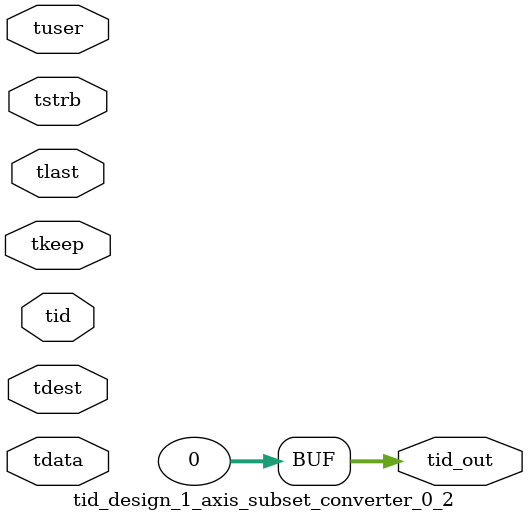
<source format=v>


`timescale 1ps/1ps

module tid_design_1_axis_subset_converter_0_2 #
(
parameter C_S_AXIS_TID_WIDTH   = 1,
parameter C_S_AXIS_TUSER_WIDTH = 0,
parameter C_S_AXIS_TDATA_WIDTH = 0,
parameter C_S_AXIS_TDEST_WIDTH = 0,
parameter C_M_AXIS_TID_WIDTH   = 32
)
(
input  [(C_S_AXIS_TID_WIDTH   == 0 ? 1 : C_S_AXIS_TID_WIDTH)-1:0       ] tid,
input  [(C_S_AXIS_TDATA_WIDTH == 0 ? 1 : C_S_AXIS_TDATA_WIDTH)-1:0     ] tdata,
input  [(C_S_AXIS_TUSER_WIDTH == 0 ? 1 : C_S_AXIS_TUSER_WIDTH)-1:0     ] tuser,
input  [(C_S_AXIS_TDEST_WIDTH == 0 ? 1 : C_S_AXIS_TDEST_WIDTH)-1:0     ] tdest,
input  [(C_S_AXIS_TDATA_WIDTH/8)-1:0 ] tkeep,
input  [(C_S_AXIS_TDATA_WIDTH/8)-1:0 ] tstrb,
input                                                                    tlast,
output [(C_M_AXIS_TID_WIDTH   == 0 ? 1 : C_M_AXIS_TID_WIDTH)-1:0       ] tid_out
);

assign tid_out = {1'b0};

endmodule


</source>
